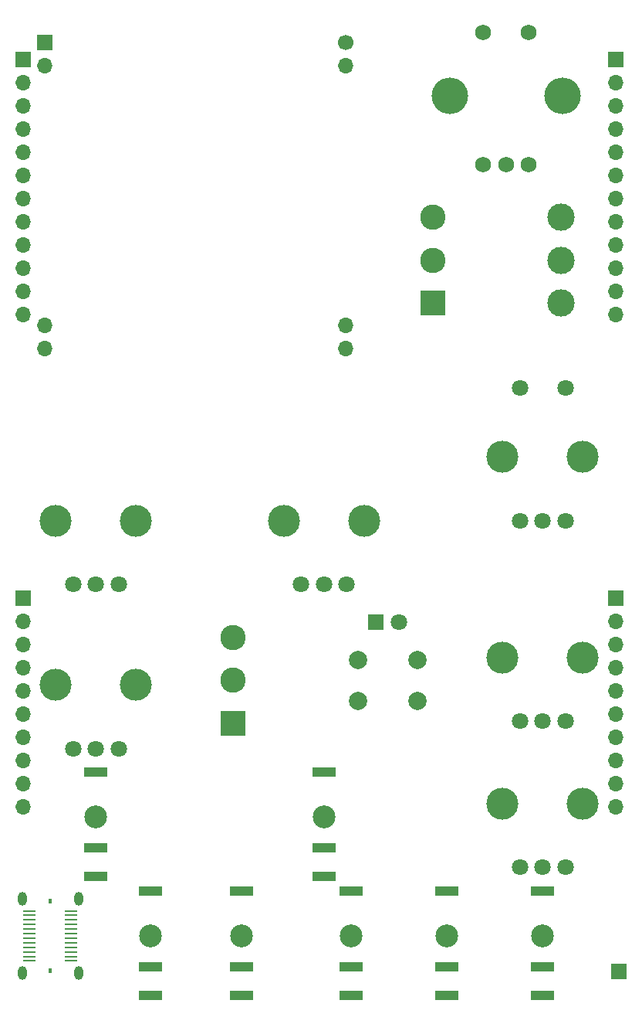
<source format=gbr>
%TF.GenerationSoftware,KiCad,Pcbnew,8.0.8*%
%TF.CreationDate,2025-07-06T18:05:23+01:00*%
%TF.ProjectId,Kishoof_Controls,4b697368-6f6f-4665-9f43-6f6e74726f6c,rev?*%
%TF.SameCoordinates,Original*%
%TF.FileFunction,Soldermask,Top*%
%TF.FilePolarity,Negative*%
%FSLAX46Y46*%
G04 Gerber Fmt 4.6, Leading zero omitted, Abs format (unit mm)*
G04 Created by KiCad (PCBNEW 8.0.8) date 2025-07-06 18:05:23*
%MOMM*%
%LPD*%
G01*
G04 APERTURE LIST*
%ADD10C,2.500000*%
%ADD11R,2.500000X1.000000*%
%ADD12O,0.400000X0.600000*%
%ADD13R,1.400000X0.270000*%
%ADD14O,1.000000X1.500000*%
%ADD15R,1.800000X1.800000*%
%ADD16C,1.800000*%
%ADD17C,1.750000*%
%ADD18O,4.000000X4.000000*%
%ADD19C,3.500000*%
%ADD20C,2.000000*%
%ADD21C,3.000000*%
%ADD22R,1.700000X1.700000*%
%ADD23O,1.700000X1.700000*%
%ADD24C,1.700000*%
%ADD25R,2.775000X2.775000*%
%ADD26C,2.775000*%
G04 APERTURE END LIST*
D10*
%TO.C,J9*%
X94000000Y-141000000D03*
D11*
X94000000Y-147480000D03*
X94000000Y-144380000D03*
X94000000Y-136080000D03*
%TD*%
D12*
%TO.C,J12*%
X61000000Y-144775000D03*
X61000000Y-137225000D03*
D13*
X58700000Y-143750000D03*
X58700000Y-143250000D03*
X58700000Y-142750000D03*
X58700000Y-142250000D03*
X58700000Y-141750000D03*
X58700000Y-141250000D03*
X58700000Y-140750000D03*
X58700000Y-140250000D03*
X58700000Y-139750000D03*
X58700000Y-139250000D03*
X58700000Y-138750000D03*
X58700000Y-138250000D03*
X63300000Y-138250000D03*
X63300000Y-138750000D03*
X63300000Y-139250000D03*
X63300000Y-139750000D03*
X63300000Y-140250000D03*
X63300000Y-140750000D03*
X63300000Y-141250000D03*
X63300000Y-141750000D03*
X63300000Y-142250000D03*
X63300000Y-142750000D03*
X63300000Y-143250000D03*
X63300000Y-143750000D03*
D14*
X57930000Y-145100000D03*
X64070000Y-145100000D03*
X57930000Y-136900000D03*
X64070000Y-136900000D03*
%TD*%
D10*
%TO.C,J11*%
X82000000Y-141000000D03*
D11*
X82000000Y-147480000D03*
X82000000Y-144380000D03*
X82000000Y-136080000D03*
%TD*%
D10*
%TO.C,J7*%
X115000000Y-141000000D03*
D11*
X115000000Y-147480000D03*
X115000000Y-144380000D03*
X115000000Y-136080000D03*
%TD*%
D15*
%TO.C,D1*%
X96700000Y-106600000D03*
D16*
X99240000Y-106600000D03*
%TD*%
D17*
%TO.C,SW5*%
X108500000Y-56500000D03*
X113500000Y-56500000D03*
X111000000Y-56500000D03*
X108500000Y-42000000D03*
X113500000Y-42000000D03*
D18*
X104800000Y-49000000D03*
X117200000Y-49000000D03*
%TD*%
D19*
%TO.C,WarpType1*%
X110600000Y-88500000D03*
X119400000Y-88500000D03*
D16*
X117500000Y-95500000D03*
X115000000Y-95500000D03*
X112500000Y-95500000D03*
X112500000Y-81000000D03*
X117500000Y-81000000D03*
%TD*%
D10*
%TO.C,J8*%
X104500000Y-141000000D03*
D11*
X104500000Y-147480000D03*
X104500000Y-144380000D03*
X104500000Y-136080000D03*
%TD*%
D19*
%TO.C,WavetableBPot1*%
X86600000Y-95500000D03*
X95400000Y-95500000D03*
D16*
X93500000Y-102500000D03*
X91000000Y-102500000D03*
X88500000Y-102500000D03*
%TD*%
D19*
%TO.C,WarpAmtTrm1*%
X110600000Y-126500000D03*
X119400000Y-126500000D03*
D16*
X117500000Y-133500000D03*
X115000000Y-133500000D03*
X112500000Y-133500000D03*
%TD*%
D10*
%TO.C,J10*%
X72000000Y-141000000D03*
D11*
X72000000Y-147480000D03*
X72000000Y-144380000D03*
X72000000Y-136080000D03*
%TD*%
D20*
%TO.C,SW1*%
X94750000Y-110750000D03*
X101250000Y-110750000D03*
X94750000Y-115250000D03*
X101250000Y-115250000D03*
%TD*%
D21*
%TO.C,SW2*%
X117000000Y-71700000D03*
X117000000Y-67000000D03*
X117000000Y-62300000D03*
%TD*%
D10*
%TO.C,J5*%
X66000000Y-128000000D03*
D11*
X66000000Y-134480000D03*
X66000000Y-131380000D03*
X66000000Y-123080000D03*
%TD*%
D22*
%TO.C,U2*%
X60400000Y-43100000D03*
D23*
X60400000Y-45640000D03*
D24*
X93400000Y-43100000D03*
D23*
X93400000Y-45640000D03*
X60400000Y-74100000D03*
X60400000Y-76640000D03*
X93400000Y-74100000D03*
X93400000Y-76640000D03*
%TD*%
D19*
%TO.C,WavetableATrm1*%
X61600000Y-113500000D03*
X70400000Y-113500000D03*
D16*
X68500000Y-120500000D03*
X66000000Y-120500000D03*
X63500000Y-120500000D03*
%TD*%
D19*
%TO.C,WavetableAPot1*%
X61600000Y-95500000D03*
X70400000Y-95500000D03*
D16*
X68500000Y-102500000D03*
X66000000Y-102500000D03*
X63500000Y-102500000D03*
%TD*%
D25*
%TO.C,SW4*%
X81000000Y-117700000D03*
D26*
X81000000Y-113000000D03*
X81000000Y-108300000D03*
%TD*%
D10*
%TO.C,J6*%
X91000000Y-128000000D03*
D11*
X91000000Y-134480000D03*
X91000000Y-131380000D03*
X91000000Y-123080000D03*
%TD*%
D19*
%TO.C,WarpAmtPot1*%
X110600000Y-110500000D03*
X119400000Y-110500000D03*
D16*
X117500000Y-117500000D03*
X115000000Y-117500000D03*
X112500000Y-117500000D03*
%TD*%
D25*
%TO.C,SW3*%
X103000000Y-71700000D03*
D26*
X103000000Y-67000000D03*
X103000000Y-62300000D03*
%TD*%
D22*
%TO.C,J1*%
X58000000Y-45000000D03*
D23*
X58000000Y-47540000D03*
X58000000Y-50080000D03*
X58000000Y-52620000D03*
X58000000Y-55160000D03*
X58000000Y-57700000D03*
X58000000Y-60240000D03*
X58000000Y-62780000D03*
X58000000Y-65320000D03*
X58000000Y-67860000D03*
X58000000Y-70400000D03*
X58000000Y-72940000D03*
%TD*%
D22*
%TO.C,J3*%
X58000000Y-104000000D03*
D23*
X58000000Y-106540000D03*
X58000000Y-109080000D03*
X58000000Y-111620000D03*
X58000000Y-114160000D03*
X58000000Y-116700000D03*
X58000000Y-119240000D03*
X58000000Y-121780000D03*
X58000000Y-124320000D03*
X58000000Y-126860000D03*
%TD*%
D22*
%TO.C,J14*%
X123400000Y-144900000D03*
%TD*%
%TO.C,J2*%
X123000000Y-45000000D03*
D23*
X123000000Y-47540000D03*
X123000000Y-50080000D03*
X123000000Y-52620000D03*
X123000000Y-55160000D03*
X123000000Y-57700000D03*
X123000000Y-60240000D03*
X123000000Y-62780000D03*
X123000000Y-65320000D03*
X123000000Y-67860000D03*
X123000000Y-70400000D03*
X123000000Y-72940000D03*
%TD*%
D22*
%TO.C,J4*%
X123000000Y-104000000D03*
D23*
X123000000Y-106540000D03*
X123000000Y-109080000D03*
X123000000Y-111620000D03*
X123000000Y-114160000D03*
X123000000Y-116700000D03*
X123000000Y-119240000D03*
X123000000Y-121780000D03*
X123000000Y-124320000D03*
X123000000Y-126860000D03*
%TD*%
M02*

</source>
